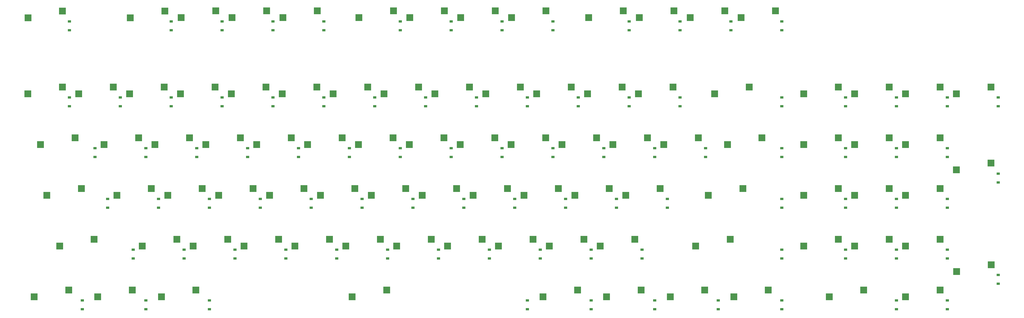
<source format=gbr>
G04 #@! TF.GenerationSoftware,KiCad,Pcbnew,8.0.5*
G04 #@! TF.CreationDate,2024-10-27T22:32:11+11:00*
G04 #@! TF.ProjectId,keyboard,6b657962-6f61-4726-942e-6b696361645f,rev?*
G04 #@! TF.SameCoordinates,Original*
G04 #@! TF.FileFunction,Paste,Bot*
G04 #@! TF.FilePolarity,Positive*
%FSLAX46Y46*%
G04 Gerber Fmt 4.6, Leading zero omitted, Abs format (unit mm)*
G04 Created by KiCad (PCBNEW 8.0.5) date 2024-10-27 22:32:11*
%MOMM*%
%LPD*%
G01*
G04 APERTURE LIST*
%ADD10R,2.550000X2.500000*%
%ADD11R,1.200000X0.900000*%
G04 APERTURE END LIST*
D10*
X139490000Y-58185000D03*
X152417000Y-55645000D03*
X158540000Y-58185000D03*
X171467000Y-55645000D03*
X82340000Y-58185000D03*
X95267000Y-55645000D03*
X273176706Y-29584520D03*
X286103706Y-27044520D03*
X315702500Y-77235000D03*
X328629500Y-74695000D03*
X25190000Y-58185000D03*
X38117000Y-55645000D03*
X239502500Y-115335000D03*
X252429500Y-112795000D03*
X172827500Y-96285000D03*
X185754500Y-93745000D03*
X334752500Y-77235000D03*
X347679500Y-74695000D03*
X334752500Y-115335000D03*
X347679500Y-112795000D03*
X220452500Y-115335000D03*
X233379500Y-112795000D03*
X110915000Y-77235000D03*
X123842000Y-74695000D03*
X63290000Y-58185000D03*
X76217000Y-55645000D03*
X25245000Y-29665000D03*
X38172000Y-27125000D03*
X168065000Y-77235000D03*
X180992000Y-74695000D03*
X353802500Y-115335000D03*
X366729500Y-112795000D03*
X241883750Y-134385000D03*
X254810750Y-131845000D03*
X235165000Y-29585000D03*
X248092000Y-27045000D03*
X289508750Y-134385000D03*
X302435750Y-131845000D03*
X27571250Y-134385000D03*
X40498250Y-131845000D03*
X215690000Y-58185000D03*
X228617000Y-55645000D03*
X334752500Y-96285000D03*
X347679500Y-93745000D03*
X87102500Y-115335000D03*
X100029500Y-112795000D03*
X115677500Y-96285000D03*
X128604500Y-93745000D03*
X182352500Y-115335000D03*
X195279500Y-112795000D03*
X353802500Y-77235000D03*
X366729500Y-74695000D03*
X249027500Y-96285000D03*
X261954500Y-93745000D03*
X187261209Y-29593694D03*
X200188209Y-27053694D03*
X279983750Y-96285000D03*
X292910750Y-93745000D03*
X253790000Y-58185000D03*
X266717000Y-55645000D03*
X206261209Y-29593694D03*
X219188209Y-27053694D03*
X292216706Y-29584520D03*
X305143706Y-27044520D03*
X72815000Y-77235000D03*
X85742000Y-74695000D03*
X275221250Y-115335000D03*
X288148250Y-112795000D03*
X201402500Y-115335000D03*
X214329500Y-112795000D03*
X144252500Y-115335000D03*
X157179500Y-112795000D03*
X234740000Y-58185000D03*
X247667000Y-55645000D03*
X134727500Y-96285000D03*
X147654500Y-93745000D03*
X353802500Y-58185000D03*
X366729500Y-55645000D03*
X254176706Y-29584520D03*
X267103706Y-27044520D03*
X53765000Y-77235000D03*
X66692000Y-74695000D03*
X91865000Y-77235000D03*
X104792000Y-74695000D03*
X106152500Y-115335000D03*
X119079500Y-112795000D03*
X244265000Y-77235000D03*
X257192000Y-74695000D03*
X44240000Y-58185000D03*
X57167000Y-55645000D03*
X146633750Y-134385000D03*
X159560750Y-131845000D03*
X187115000Y-77235000D03*
X200042000Y-74695000D03*
X325227500Y-134385000D03*
X338154500Y-131845000D03*
X229977500Y-96285000D03*
X242904500Y-93745000D03*
X315702500Y-96285000D03*
X328629500Y-93745000D03*
X32333750Y-96285000D03*
X45260750Y-93745000D03*
X120440000Y-58185000D03*
X133367000Y-55645000D03*
X101390000Y-58185000D03*
X114317000Y-55645000D03*
X63594475Y-29637388D03*
X76521475Y-27097388D03*
X265696250Y-134385000D03*
X278623250Y-131845000D03*
X218071250Y-134385000D03*
X230998250Y-131845000D03*
X75196250Y-134385000D03*
X88123250Y-131845000D03*
X315702500Y-115335000D03*
X328629500Y-112795000D03*
X287127500Y-77235000D03*
X300054500Y-74695000D03*
X372852500Y-58185000D03*
X385779500Y-55645000D03*
X68052500Y-115335000D03*
X80979500Y-112795000D03*
X353802500Y-96285000D03*
X366729500Y-93745000D03*
X210927500Y-96285000D03*
X223854500Y-93745000D03*
X177590000Y-58185000D03*
X190517000Y-55645000D03*
X263315000Y-77235000D03*
X276242000Y-74695000D03*
X372859143Y-86743423D03*
X385786143Y-84203423D03*
X163302500Y-115335000D03*
X176229500Y-112795000D03*
X206165000Y-77235000D03*
X219092000Y-74695000D03*
X96627500Y-96285000D03*
X109554500Y-93745000D03*
X372915000Y-124960000D03*
X385842000Y-122420000D03*
X149165000Y-29585000D03*
X162092000Y-27045000D03*
X82632347Y-29596106D03*
X95559347Y-27056106D03*
X51383750Y-134385000D03*
X64310750Y-131845000D03*
X315702500Y-58185000D03*
X328629500Y-55645000D03*
X353802500Y-134385000D03*
X366729500Y-131845000D03*
X77577500Y-96285000D03*
X90504500Y-93745000D03*
X196640000Y-58185000D03*
X209567000Y-55645000D03*
X282365000Y-58185000D03*
X295292000Y-55645000D03*
X125202500Y-115335000D03*
X138129500Y-112795000D03*
X334752500Y-58185000D03*
X347679500Y-55645000D03*
X120665000Y-29585000D03*
X133592000Y-27045000D03*
X29952500Y-77235000D03*
X42879500Y-74695000D03*
X191877500Y-96285000D03*
X204804500Y-93745000D03*
X58527500Y-96285000D03*
X71454500Y-93745000D03*
X129965000Y-77235000D03*
X142892000Y-74695000D03*
X168197485Y-29578486D03*
X181124485Y-27038486D03*
X37096250Y-115335000D03*
X50023250Y-112795000D03*
X225215000Y-77235000D03*
X238142000Y-74695000D03*
X153777500Y-96285000D03*
X166704500Y-93745000D03*
X101665000Y-29585000D03*
X114592000Y-27045000D03*
D11*
X40800000Y-62875000D03*
X40800000Y-59575000D03*
X107475000Y-81925000D03*
X107475000Y-78625000D03*
X264637500Y-100975000D03*
X264637500Y-97675000D03*
X236062500Y-139075000D03*
X236062500Y-135775000D03*
X78900000Y-62875000D03*
X78900000Y-59575000D03*
X250350000Y-62875000D03*
X250350000Y-59575000D03*
X136050000Y-34300000D03*
X136050000Y-31000000D03*
X307500000Y-139075000D03*
X307500000Y-135775000D03*
X207487500Y-100975000D03*
X207487500Y-97675000D03*
X174150000Y-62875000D03*
X174150000Y-59575000D03*
X283687500Y-139075000D03*
X283687500Y-135775000D03*
X88425000Y-81925000D03*
X88425000Y-78625000D03*
X269400000Y-34300000D03*
X269400000Y-31000000D03*
X226537500Y-100975000D03*
X226537500Y-97675000D03*
X64612500Y-120025000D03*
X64612500Y-116725000D03*
X97950000Y-34300000D03*
X97950000Y-31000000D03*
X202725000Y-81925000D03*
X202725000Y-78625000D03*
X350362500Y-100975000D03*
X350362500Y-97675000D03*
X240825000Y-81925000D03*
X240825000Y-78625000D03*
X117000000Y-34300000D03*
X117000000Y-31000000D03*
X78900000Y-34300000D03*
X78900000Y-31000000D03*
X350362500Y-81925000D03*
X350362500Y-78625000D03*
X307500000Y-34300000D03*
X307500000Y-31000000D03*
X350362500Y-139075000D03*
X350362500Y-135775000D03*
X212250000Y-139075000D03*
X212250000Y-135775000D03*
X278925000Y-81925000D03*
X278925000Y-78625000D03*
X59850000Y-62875000D03*
X59850000Y-59575000D03*
X83662500Y-120025000D03*
X83662500Y-116725000D03*
X69375000Y-139075000D03*
X69375000Y-135775000D03*
X369412500Y-62875000D03*
X369412500Y-59575000D03*
X269400000Y-62875000D03*
X269400000Y-59575000D03*
X255112500Y-120025000D03*
X255112500Y-116725000D03*
X388462500Y-62875000D03*
X388462500Y-59575000D03*
X55087500Y-100975000D03*
X55087500Y-97675000D03*
X97950000Y-62875000D03*
X97950000Y-59575000D03*
X188437500Y-100975000D03*
X188437500Y-97675000D03*
X178912500Y-120025000D03*
X178912500Y-116725000D03*
X193200000Y-62875000D03*
X193200000Y-59575000D03*
X212250000Y-62875000D03*
X212250000Y-59575000D03*
X164625000Y-34300000D03*
X164625000Y-31000000D03*
X183675000Y-81925000D03*
X183675000Y-78625000D03*
X245587500Y-100975000D03*
X245587500Y-97675000D03*
X112237500Y-100975000D03*
X112237500Y-97675000D03*
X259875000Y-139075000D03*
X259875000Y-135775000D03*
X150337500Y-100975000D03*
X150337500Y-97675000D03*
X159862500Y-120025000D03*
X159862500Y-116725000D03*
X388462500Y-129500000D03*
X388462500Y-126200000D03*
X202725000Y-34300000D03*
X202725000Y-31000000D03*
X117000000Y-62875000D03*
X117000000Y-59575000D03*
X259875000Y-81925000D03*
X259875000Y-78625000D03*
X307500000Y-100975000D03*
X307500000Y-97675000D03*
X369412500Y-139075000D03*
X369412500Y-135775000D03*
X369412500Y-81925000D03*
X369412500Y-78625000D03*
X183675000Y-34300000D03*
X183675000Y-31000000D03*
X388462500Y-91500000D03*
X388462500Y-88200000D03*
X93187500Y-139075000D03*
X93187500Y-135775000D03*
X350362500Y-120025000D03*
X350362500Y-116725000D03*
X231300000Y-62875000D03*
X231300000Y-59575000D03*
X331312500Y-81925000D03*
X331312500Y-78625000D03*
X307500000Y-62875000D03*
X307500000Y-59575000D03*
X164625000Y-81925000D03*
X164625000Y-78625000D03*
X307500000Y-81925000D03*
X307500000Y-78625000D03*
X197962500Y-120025000D03*
X197962500Y-116725000D03*
X131287500Y-100975000D03*
X131287500Y-97675000D03*
X102712500Y-120025000D03*
X102712500Y-116725000D03*
X250350000Y-34300000D03*
X250350000Y-31000000D03*
X236062500Y-120025000D03*
X236062500Y-116725000D03*
X40800000Y-34300000D03*
X40800000Y-31000000D03*
X331312500Y-120025000D03*
X331312500Y-116725000D03*
X331312500Y-100975000D03*
X331312500Y-97675000D03*
X369412500Y-120025000D03*
X369412500Y-116725000D03*
X331312500Y-62875000D03*
X331312500Y-59575000D03*
X74137500Y-100975000D03*
X74137500Y-97675000D03*
X217012500Y-120025000D03*
X217012500Y-116725000D03*
X169387500Y-100975000D03*
X169387500Y-97675000D03*
X369412500Y-100975000D03*
X369412500Y-97675000D03*
X126525000Y-81925000D03*
X126525000Y-78625000D03*
X121762500Y-120025000D03*
X121762500Y-116725000D03*
X155100000Y-62875000D03*
X155100000Y-59575000D03*
X140812500Y-120025000D03*
X140812500Y-116725000D03*
X69375000Y-81925000D03*
X69375000Y-78625000D03*
X288450000Y-34300000D03*
X288450000Y-31000000D03*
X45562500Y-139075000D03*
X45562500Y-135775000D03*
X136050000Y-62875000D03*
X136050000Y-59575000D03*
X221775000Y-34300000D03*
X221775000Y-31000000D03*
X93187500Y-100975000D03*
X93187500Y-97675000D03*
X145575000Y-81925000D03*
X145575000Y-78625000D03*
X50325000Y-81925000D03*
X50325000Y-78625000D03*
X307500000Y-120025000D03*
X307500000Y-116725000D03*
X221775000Y-81925000D03*
X221775000Y-78625000D03*
X350362500Y-62875000D03*
X350362500Y-59575000D03*
D10*
X149015000Y-77235000D03*
X161942000Y-74695000D03*
M02*

</source>
